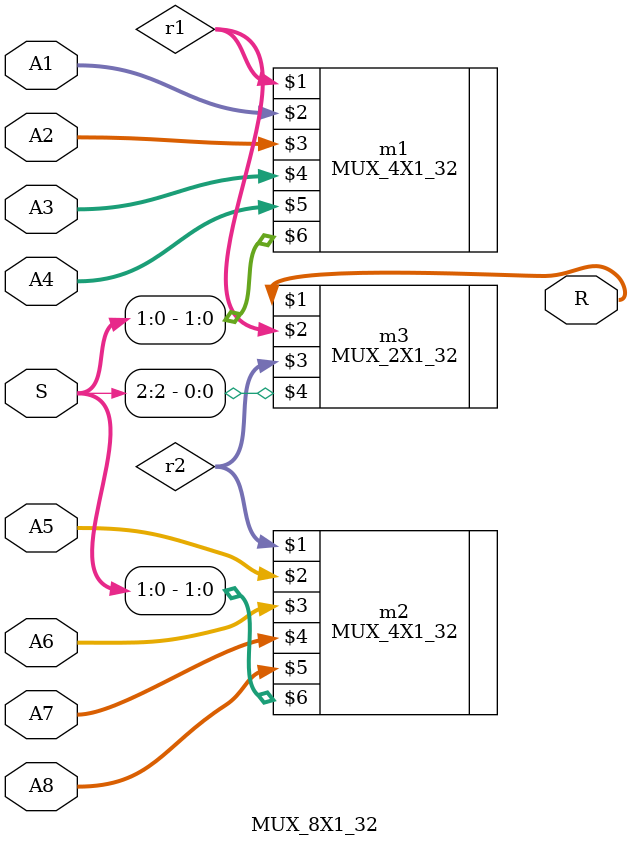
<source format=v>
module MUX_8X1_32(R,A1,A2,A3,A4,A5,A6,A7,A8,S);
input [31:0] A1,A2,A3,A4,A5,A6,A7,A8;
input [2:0] S;
output [31:0] R;
wire [31:0] r1,r2;

MUX_4X1_32 m1(r1,A1,A2,A3,A4,{S[1],S[0]});
MUX_4X1_32 m2(r2,A5,A6,A7,A8,{S[1],S[0]});
MUX_2X1_32 m3(R,r1,r2,S[2]);

endmodule
</source>
